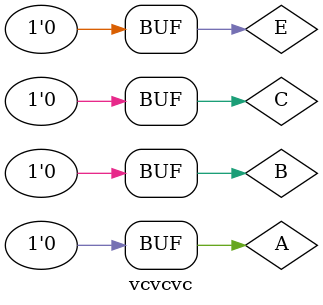
<source format=v>
`timescale 1ns / 1ps


module vcvcvc;

	// Inputs
	reg E;
	reg A;
	reg B;
	reg C;

	// Outputs
	wire d0;
	wire d1;
	wire d2;
	wire d3;
	wire d4;
	wire d5;
	wire d6;
	wire d7;

	// Instantiate the Unit Under Test (UUT)
	decoder_st uut (
		.E(E), 
		.A(A), 
		.B(B), 
		.C(C), 
		.d0(d0), 
		.d1(d1), 
		.d2(d2), 
		.d3(d3), 
		.d4(d4), 
		.d5(d5), 
		.d6(d6), 
		.d7(d7)
	);

	initial begin
		// Initialize Inputs
		E = 0;
		A = 0;
		B = 0;
		C = 0;

		// Wait 100 ns for global reset to finish
		#100;
        
		// Add stimulus here

	end
      
endmodule


</source>
